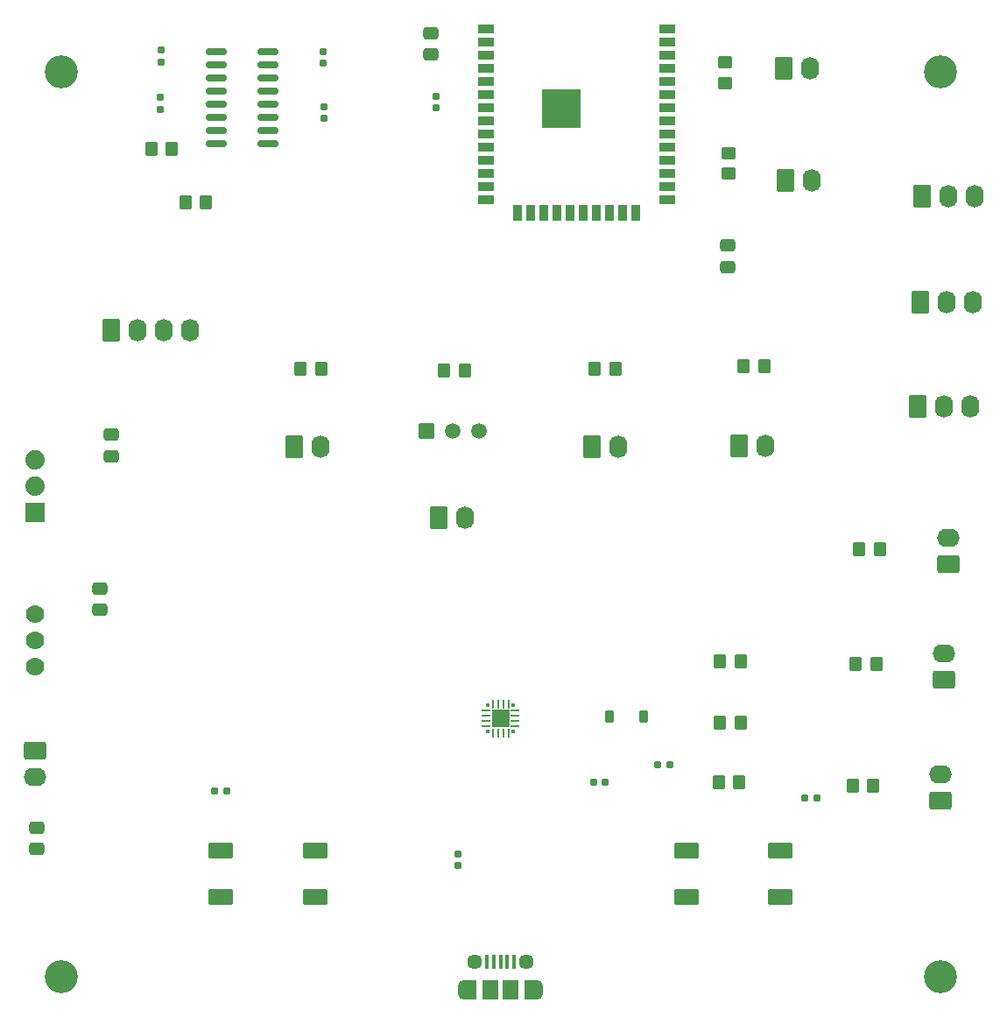
<source format=gbr>
%TF.GenerationSoftware,KiCad,Pcbnew,8.0.8*%
%TF.CreationDate,2025-03-30T01:40:13-05:00*%
%TF.ProjectId,ECE 445 PCBWay Order 3 March 31st Group 40,45434520-3434-4352-9050-434257617920,rev?*%
%TF.SameCoordinates,Original*%
%TF.FileFunction,Soldermask,Top*%
%TF.FilePolarity,Negative*%
%FSLAX46Y46*%
G04 Gerber Fmt 4.6, Leading zero omitted, Abs format (unit mm)*
G04 Created by KiCad (PCBNEW 8.0.8) date 2025-03-30 01:40:13*
%MOMM*%
%LPD*%
G01*
G04 APERTURE LIST*
G04 Aperture macros list*
%AMRoundRect*
0 Rectangle with rounded corners*
0 $1 Rounding radius*
0 $2 $3 $4 $5 $6 $7 $8 $9 X,Y pos of 4 corners*
0 Add a 4 corners polygon primitive as box body*
4,1,4,$2,$3,$4,$5,$6,$7,$8,$9,$2,$3,0*
0 Add four circle primitives for the rounded corners*
1,1,$1+$1,$2,$3*
1,1,$1+$1,$4,$5*
1,1,$1+$1,$6,$7*
1,1,$1+$1,$8,$9*
0 Add four rect primitives between the rounded corners*
20,1,$1+$1,$2,$3,$4,$5,0*
20,1,$1+$1,$4,$5,$6,$7,0*
20,1,$1+$1,$6,$7,$8,$9,0*
20,1,$1+$1,$8,$9,$2,$3,0*%
G04 Aperture macros list end*
%ADD10R,1.701800X1.701800*%
%ADD11R,0.355600X0.355600*%
%ADD12R,0.812800X0.254000*%
%ADD13R,0.254000X0.812800*%
%ADD14RoundRect,0.250000X-0.350000X-0.450000X0.350000X-0.450000X0.350000X0.450000X-0.350000X0.450000X0*%
%ADD15RoundRect,0.225000X0.225000X0.375000X-0.225000X0.375000X-0.225000X-0.375000X0.225000X-0.375000X0*%
%ADD16RoundRect,0.155000X-0.212500X-0.155000X0.212500X-0.155000X0.212500X0.155000X-0.212500X0.155000X0*%
%ADD17RoundRect,0.150000X-0.850000X-0.150000X0.850000X-0.150000X0.850000X0.150000X-0.850000X0.150000X0*%
%ADD18C,1.879600*%
%ADD19R,1.879600X1.879600*%
%ADD20C,0.600000*%
%ADD21R,3.800000X3.800000*%
%ADD22R,1.500000X0.900000*%
%ADD23R,0.900000X1.500000*%
%ADD24RoundRect,0.102000X-1.050000X-0.700000X1.050000X-0.700000X1.050000X0.700000X-1.050000X0.700000X0*%
%ADD25RoundRect,0.250000X0.350000X0.450000X-0.350000X0.450000X-0.350000X-0.450000X0.350000X-0.450000X0*%
%ADD26RoundRect,0.250000X0.450000X-0.350000X0.450000X0.350000X-0.450000X0.350000X-0.450000X-0.350000X0*%
%ADD27RoundRect,0.160000X-0.197500X-0.160000X0.197500X-0.160000X0.197500X0.160000X-0.197500X0.160000X0*%
%ADD28C,1.502000*%
%ADD29RoundRect,0.102000X-0.649000X-0.649000X0.649000X-0.649000X0.649000X0.649000X-0.649000X0.649000X0*%
%ADD30RoundRect,0.250000X-0.620000X-0.845000X0.620000X-0.845000X0.620000X0.845000X-0.620000X0.845000X0*%
%ADD31O,1.740000X2.190000*%
%ADD32O,2.190000X1.740000*%
%ADD33RoundRect,0.250000X0.845000X-0.620000X0.845000X0.620000X-0.845000X0.620000X-0.845000X-0.620000X0*%
%ADD34RoundRect,0.250000X-0.845000X0.620000X-0.845000X-0.620000X0.845000X-0.620000X0.845000X0.620000X0*%
%ADD35O,1.200000X1.900000*%
%ADD36R,1.200000X1.900000*%
%ADD37C,1.450000*%
%ADD38R,1.500000X1.900000*%
%ADD39R,0.400000X1.350000*%
%ADD40C,3.200000*%
%ADD41RoundRect,0.250000X0.475000X-0.337500X0.475000X0.337500X-0.475000X0.337500X-0.475000X-0.337500X0*%
%ADD42RoundRect,0.155000X0.155000X-0.212500X0.155000X0.212500X-0.155000X0.212500X-0.155000X-0.212500X0*%
%ADD43RoundRect,0.250000X-0.475000X0.337500X-0.475000X-0.337500X0.475000X-0.337500X0.475000X0.337500X0*%
%ADD44C,1.778000*%
G04 APERTURE END LIST*
D10*
%TO.C,U6*%
X165000000Y-115000000D03*
D11*
X163749939Y-113750000D03*
X166250061Y-113750000D03*
X166250061Y-116250000D03*
X163749939Y-116250000D03*
D12*
X163603000Y-115750189D03*
X163603000Y-115250063D03*
X163603000Y-114749937D03*
X163603000Y-114249811D03*
D13*
X164249811Y-113603000D03*
X164749937Y-113603000D03*
X165250063Y-113603000D03*
X165750189Y-113603000D03*
D12*
X166397000Y-114249811D03*
X166397000Y-114749937D03*
X166397000Y-115250063D03*
X166397000Y-115750189D03*
D13*
X165750189Y-116397000D03*
X165250063Y-116397000D03*
X164749937Y-116397000D03*
X164249811Y-116397000D03*
%TD*%
D14*
%TO.C,R16*%
X186087000Y-121158000D03*
X188087000Y-121158000D03*
%TD*%
%TO.C,R15*%
X186198000Y-115443000D03*
X188198000Y-115443000D03*
%TD*%
%TO.C,R14*%
X186198000Y-109474000D03*
X188198000Y-109474000D03*
%TD*%
D15*
%TO.C,D2*%
X178815000Y-114809000D03*
X175515000Y-114809000D03*
%TD*%
D16*
%TO.C,C13*%
X173998000Y-121158000D03*
X175133000Y-121158000D03*
%TD*%
D17*
%TO.C,U5*%
X142500000Y-50555000D03*
X142500000Y-51825000D03*
X142500000Y-53095000D03*
X142500000Y-54365000D03*
X142500000Y-55635000D03*
X142500000Y-56905000D03*
X142500000Y-58175000D03*
X142500000Y-59445000D03*
X137500000Y-59445000D03*
X137500000Y-58175000D03*
X137500000Y-56905000D03*
X137500000Y-55635000D03*
X137500000Y-54365000D03*
X137500000Y-53095000D03*
X137500000Y-51825000D03*
X137500000Y-50555000D03*
%TD*%
D18*
%TO.C,U4*%
X120015000Y-90000000D03*
X120015000Y-92540000D03*
D19*
X120015000Y-95080000D03*
%TD*%
D20*
%TO.C,U1*%
X172252000Y-56807000D03*
X172252000Y-55407000D03*
X171552000Y-57507000D03*
X171552000Y-56107000D03*
X171552000Y-54707000D03*
D21*
X170852000Y-56107000D03*
D20*
X170827000Y-56807000D03*
X170827000Y-55407000D03*
X170152000Y-57507000D03*
X170152000Y-56107000D03*
X170152000Y-54707000D03*
X169452000Y-56807000D03*
X169452000Y-55407000D03*
D22*
X181102000Y-48387000D03*
X181102000Y-49657000D03*
X181102000Y-50927000D03*
X181102000Y-52197000D03*
X181102000Y-53467000D03*
X181102000Y-54737000D03*
X181102000Y-56007000D03*
X181102000Y-57277000D03*
X181102000Y-58547000D03*
X181102000Y-59817000D03*
X181102000Y-61087000D03*
X181102000Y-62357000D03*
X181102000Y-63627000D03*
X181102000Y-64897000D03*
D23*
X178072000Y-66147000D03*
X176802000Y-66147000D03*
X175532000Y-66147000D03*
X174262000Y-66147000D03*
X172992000Y-66147000D03*
X171722000Y-66147000D03*
X170452000Y-66147000D03*
X169182000Y-66147000D03*
X167912000Y-66147000D03*
X166642000Y-66147000D03*
D22*
X163602000Y-64897000D03*
X163602000Y-63627000D03*
X163602000Y-62357000D03*
X163602000Y-61087000D03*
X163602000Y-59817000D03*
X163602000Y-58547000D03*
X163602000Y-57277000D03*
X163602000Y-56007000D03*
X163602000Y-54737000D03*
X163602000Y-53467000D03*
X163602000Y-52197000D03*
X163602000Y-50927000D03*
X163602000Y-49657000D03*
X163602000Y-48387000D03*
%TD*%
D24*
%TO.C,SW2*%
X192050000Y-132250000D03*
X182950000Y-132250000D03*
X192050000Y-127750000D03*
X182950000Y-127750000D03*
%TD*%
%TO.C,SW1*%
X147050000Y-132250000D03*
X137950000Y-132250000D03*
X147050000Y-127750000D03*
X137950000Y-127750000D03*
%TD*%
D14*
%TO.C,R13*%
X136525000Y-65151000D03*
X134525000Y-65151000D03*
%TD*%
%TO.C,R12*%
X133223000Y-59944000D03*
X131223000Y-59944000D03*
%TD*%
%TO.C,R11*%
X161544000Y-81407000D03*
X159544000Y-81407000D03*
%TD*%
%TO.C,R10*%
X147662500Y-81239000D03*
X145662500Y-81239000D03*
%TD*%
%TO.C,R9*%
X176128500Y-81239000D03*
X174128500Y-81239000D03*
%TD*%
%TO.C,R8*%
X190497500Y-80985000D03*
X188497500Y-80985000D03*
%TD*%
D25*
%TO.C,R7*%
X199025000Y-121523000D03*
X201025000Y-121523000D03*
%TD*%
D26*
%TO.C,R6*%
X187071000Y-60357000D03*
X187071000Y-62357000D03*
%TD*%
%TO.C,R5*%
X186690000Y-51578000D03*
X186690000Y-53578000D03*
%TD*%
D25*
%TO.C,R4*%
X199660000Y-98663000D03*
X201660000Y-98663000D03*
%TD*%
%TO.C,R3*%
X199341000Y-109714500D03*
X201341000Y-109714500D03*
%TD*%
D27*
%TO.C,R2*%
X195580000Y-122682000D03*
X194385000Y-122682000D03*
%TD*%
%TO.C,R1*%
X138557000Y-122047000D03*
X137362000Y-122047000D03*
%TD*%
D28*
%TO.C,Q1*%
X162941000Y-87249000D03*
X160401000Y-87249000D03*
D29*
X157861000Y-87249000D03*
%TD*%
D30*
%TO.C,J15*%
X205359000Y-84836000D03*
D31*
X207899000Y-84836000D03*
X210439000Y-84836000D03*
%TD*%
%TO.C,J14*%
X210693000Y-74803000D03*
X208153000Y-74803000D03*
D30*
X205613000Y-74803000D03*
%TD*%
D31*
%TO.C,J13*%
X210820000Y-64516000D03*
X208280000Y-64516000D03*
D30*
X205740000Y-64516000D03*
%TD*%
D31*
%TO.C,J12*%
X161544000Y-95631000D03*
D30*
X159004000Y-95631000D03*
%TD*%
D31*
%TO.C,J11*%
X135001000Y-77470000D03*
X132461000Y-77470000D03*
X129921000Y-77470000D03*
D30*
X127381000Y-77470000D03*
%TD*%
D31*
%TO.C,J10*%
X147574000Y-88773000D03*
D30*
X145034000Y-88773000D03*
%TD*%
D31*
%TO.C,J9*%
X176403000Y-88773000D03*
D30*
X173863000Y-88773000D03*
%TD*%
D31*
%TO.C,J8*%
X190627000Y-88646000D03*
D30*
X188087000Y-88646000D03*
%TD*%
D32*
%TO.C,J7*%
X207518000Y-120396000D03*
D33*
X207518000Y-122936000D03*
%TD*%
D31*
%TO.C,J6*%
X195072000Y-62992000D03*
D30*
X192532000Y-62992000D03*
%TD*%
D31*
%TO.C,J5*%
X194945000Y-52197000D03*
D30*
X192405000Y-52197000D03*
%TD*%
D32*
%TO.C,J4*%
X208280000Y-97536000D03*
D33*
X208280000Y-100076000D03*
%TD*%
D32*
%TO.C,J3*%
X207899000Y-108712000D03*
D33*
X207899000Y-111252000D03*
%TD*%
D32*
%TO.C,J2*%
X120015000Y-120650000D03*
D34*
X120015000Y-118110000D03*
%TD*%
D35*
%TO.C,J1*%
X168500000Y-141237500D03*
D36*
X167900000Y-141237500D03*
D37*
X167500000Y-138537500D03*
D38*
X166000000Y-141237500D03*
X164000000Y-141237500D03*
D37*
X162500000Y-138537500D03*
D36*
X162100000Y-141237500D03*
D35*
X161500000Y-141237500D03*
D39*
X166300000Y-138537500D03*
X165650000Y-138537500D03*
X165000000Y-138537500D03*
X164350000Y-138537500D03*
X163700000Y-138537500D03*
%TD*%
D40*
%TO.C,H4*%
X207500000Y-140000000D03*
%TD*%
%TO.C,H3*%
X122500000Y-140000000D03*
%TD*%
%TO.C,H2*%
X207500000Y-52500000D03*
%TD*%
%TO.C,H1*%
X122500000Y-52500000D03*
%TD*%
D41*
%TO.C,C12*%
X127381000Y-87587000D03*
X127381000Y-89662000D03*
%TD*%
D42*
%TO.C,C11*%
X147828000Y-51689000D03*
X147828000Y-50554000D03*
%TD*%
%TO.C,C10*%
X147955000Y-55888000D03*
X147955000Y-57023000D03*
%TD*%
%TO.C,C9*%
X132080000Y-54999000D03*
X132080000Y-56134000D03*
%TD*%
%TO.C,C8*%
X132207000Y-50427000D03*
X132207000Y-51562000D03*
%TD*%
D41*
%TO.C,C7*%
X126238000Y-102446000D03*
X126238000Y-104521000D03*
%TD*%
D43*
%TO.C,C6*%
X186944000Y-71374000D03*
X186944000Y-69299000D03*
%TD*%
D41*
%TO.C,C5*%
X120142000Y-125560000D03*
X120142000Y-127635000D03*
%TD*%
D16*
%TO.C,C4*%
X180221000Y-119507000D03*
X181356000Y-119507000D03*
%TD*%
D42*
%TO.C,C3*%
X158750000Y-56007000D03*
X158750000Y-54872000D03*
%TD*%
%TO.C,C2*%
X160849500Y-128083500D03*
X160849500Y-129218500D03*
%TD*%
D41*
%TO.C,C1*%
X158242000Y-48746500D03*
X158242000Y-50821500D03*
%TD*%
D44*
%TO.C,U3*%
X120000000Y-110000000D03*
X120000000Y-107460000D03*
X120000000Y-104920000D03*
%TD*%
M02*

</source>
